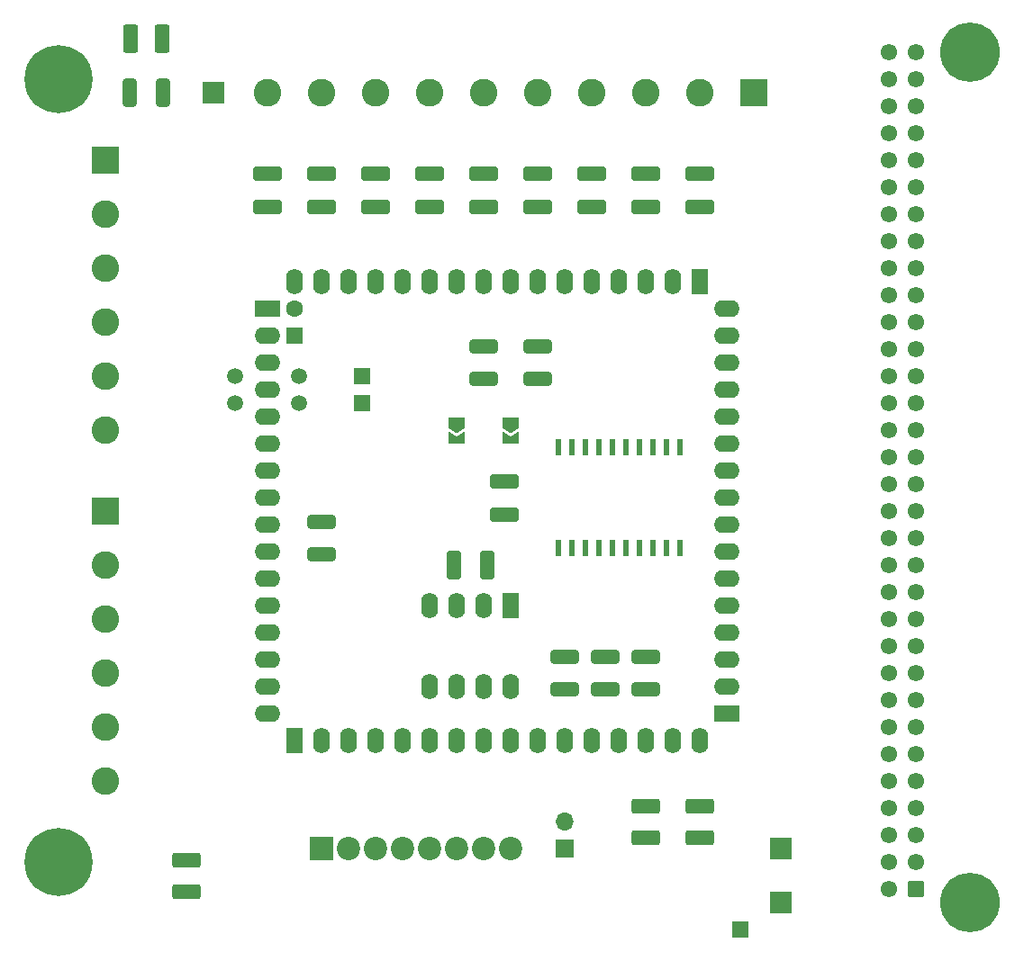
<source format=gts>
G04 #@! TF.GenerationSoftware,KiCad,Pcbnew,(6.0.6-33-g9052b063de)*
G04 #@! TF.CreationDate,2022-08-23T21:51:44+02:00*
G04 #@! TF.ProjectId,CANduino128,43414e64-7569-46e6-9f31-32382e6b6963,rev?*
G04 #@! TF.SameCoordinates,Original*
G04 #@! TF.FileFunction,Soldermask,Top*
G04 #@! TF.FilePolarity,Negative*
%FSLAX46Y46*%
G04 Gerber Fmt 4.6, Leading zero omitted, Abs format (unit mm)*
G04 Created by KiCad (PCBNEW (6.0.6-33-g9052b063de)) date 2022-08-23 21:51:44*
%MOMM*%
%LPD*%
G01*
G04 APERTURE LIST*
G04 Aperture macros list*
%AMRoundRect*
0 Rectangle with rounded corners*
0 $1 Rounding radius*
0 $2 $3 $4 $5 $6 $7 $8 $9 X,Y pos of 4 corners*
0 Add a 4 corners polygon primitive as box body*
4,1,4,$2,$3,$4,$5,$6,$7,$8,$9,$2,$3,0*
0 Add four circle primitives for the rounded corners*
1,1,$1+$1,$2,$3*
1,1,$1+$1,$4,$5*
1,1,$1+$1,$6,$7*
1,1,$1+$1,$8,$9*
0 Add four rect primitives between the rounded corners*
20,1,$1+$1,$2,$3,$4,$5,0*
20,1,$1+$1,$4,$5,$6,$7,0*
20,1,$1+$1,$6,$7,$8,$9,0*
20,1,$1+$1,$8,$9,$2,$3,0*%
%AMFreePoly0*
4,1,6,1.000000,0.000000,0.500000,-0.750000,-0.500000,-0.750000,-0.500000,0.750000,0.500000,0.750000,1.000000,0.000000,1.000000,0.000000,$1*%
%AMFreePoly1*
4,1,6,0.500000,-0.750000,-0.650000,-0.750000,-0.150000,0.000000,-0.650000,0.750000,0.500000,0.750000,0.500000,-0.750000,0.500000,-0.750000,$1*%
G04 Aperture macros list end*
%ADD10RoundRect,0.250000X1.100000X-0.412500X1.100000X0.412500X-1.100000X0.412500X-1.100000X-0.412500X0*%
%ADD11RoundRect,0.250001X-0.799999X-0.799999X0.799999X-0.799999X0.799999X0.799999X-0.799999X0.799999X0*%
%ADD12RoundRect,0.249999X0.525001X0.525001X-0.525001X0.525001X-0.525001X-0.525001X0.525001X-0.525001X0*%
%ADD13C,1.550000*%
%ADD14RoundRect,0.250001X1.074999X-0.462499X1.074999X0.462499X-1.074999X0.462499X-1.074999X-0.462499X0*%
%ADD15FreePoly0,270.000000*%
%ADD16FreePoly1,270.000000*%
%ADD17RoundRect,0.250000X-1.075000X0.400000X-1.075000X-0.400000X1.075000X-0.400000X1.075000X0.400000X0*%
%ADD18C,0.800000*%
%ADD19C,6.400000*%
%ADD20R,2.400000X1.600000*%
%ADD21O,2.400000X1.600000*%
%ADD22R,1.600000X2.400000*%
%ADD23O,1.600000X2.400000*%
%ADD24C,1.600000*%
%ADD25R,1.600000X1.600000*%
%ADD26C,5.600000*%
%ADD27RoundRect,0.250000X-0.550000X-0.550000X0.550000X-0.550000X0.550000X0.550000X-0.550000X0.550000X0*%
%ADD28R,0.600000X1.500000*%
%ADD29RoundRect,0.250000X0.412500X1.100000X-0.412500X1.100000X-0.412500X-1.100000X0.412500X-1.100000X0*%
%ADD30RoundRect,0.250000X1.075000X-0.400000X1.075000X0.400000X-1.075000X0.400000X-1.075000X-0.400000X0*%
%ADD31R,2.600000X2.600000*%
%ADD32C,2.600000*%
%ADD33C,1.500000*%
%ADD34RoundRect,0.250000X-0.550000X0.550000X-0.550000X-0.550000X0.550000X-0.550000X0.550000X0.550000X0*%
%ADD35RoundRect,0.250000X0.400000X1.075000X-0.400000X1.075000X-0.400000X-1.075000X0.400000X-1.075000X0*%
%ADD36RoundRect,0.250001X-0.799999X0.799999X-0.799999X-0.799999X0.799999X-0.799999X0.799999X0.799999X0*%
%ADD37R,2.200000X2.200000*%
%ADD38C,2.200000*%
%ADD39R,1.700000X1.700000*%
%ADD40O,1.700000X1.700000*%
%ADD41RoundRect,0.250001X0.462499X1.074999X-0.462499X1.074999X-0.462499X-1.074999X0.462499X-1.074999X0*%
G04 APERTURE END LIST*
D10*
X157480000Y-64072500D03*
X157480000Y-60947500D03*
D11*
X180340000Y-124460000D03*
D12*
X193040000Y-128270000D03*
D13*
X193040000Y-125730000D03*
X193040000Y-123190000D03*
X193040000Y-120650000D03*
X193040000Y-118110000D03*
X193040000Y-115570000D03*
X193040000Y-113030000D03*
X193040000Y-110490000D03*
X193040000Y-107950000D03*
X193040000Y-105410000D03*
X193040000Y-102870000D03*
X193040000Y-100330000D03*
X193040000Y-97790000D03*
X193040000Y-95250000D03*
X193040000Y-92710000D03*
X193040000Y-90170000D03*
X193040000Y-87630000D03*
X193040000Y-85090000D03*
X193040000Y-82550000D03*
X193040000Y-80010000D03*
X193040000Y-77470000D03*
X193040000Y-74930000D03*
X193040000Y-72390000D03*
X193040000Y-69850000D03*
X193040000Y-67310000D03*
X193040000Y-64770000D03*
X193040000Y-62230000D03*
X193040000Y-59690000D03*
X193040000Y-57150000D03*
X193040000Y-54610000D03*
X193040000Y-52070000D03*
X193040000Y-49530000D03*
X190500000Y-128270000D03*
X190500000Y-125730000D03*
X190500000Y-123190000D03*
X190500000Y-120650000D03*
X190500000Y-118110000D03*
X190500000Y-115570000D03*
X190500000Y-113030000D03*
X190500000Y-110490000D03*
X190500000Y-107950000D03*
X190500000Y-105410000D03*
X190500000Y-102870000D03*
X190500000Y-100330000D03*
X190500000Y-97790000D03*
X190500000Y-95250000D03*
X190500000Y-92710000D03*
X190500000Y-90170000D03*
X190500000Y-87630000D03*
X190500000Y-85090000D03*
X190500000Y-82550000D03*
X190500000Y-80010000D03*
X190500000Y-77470000D03*
X190500000Y-74930000D03*
X190500000Y-72390000D03*
X190500000Y-69850000D03*
X190500000Y-67310000D03*
X190500000Y-64770000D03*
X190500000Y-62230000D03*
X190500000Y-59690000D03*
X190500000Y-57150000D03*
X190500000Y-54610000D03*
X190500000Y-52070000D03*
X190500000Y-49530000D03*
D14*
X172720000Y-123407500D03*
X172720000Y-120432500D03*
D15*
X154940000Y-84365000D03*
D16*
X154940000Y-85815000D03*
D17*
X163830000Y-106400000D03*
X163830000Y-109500000D03*
D10*
X132080000Y-64072500D03*
X132080000Y-60947500D03*
X162560000Y-64072500D03*
X162560000Y-60947500D03*
D18*
X112395000Y-54470000D03*
X114092056Y-53767056D03*
X110697944Y-53767056D03*
X110697944Y-50372944D03*
X114795000Y-52070000D03*
D19*
X112395000Y-52070000D03*
D18*
X114092056Y-50372944D03*
X109995000Y-52070000D03*
X112395000Y-49670000D03*
D11*
X127000000Y-53340000D03*
D20*
X132080000Y-73660000D03*
D21*
X132080000Y-76200000D03*
X132080000Y-78740000D03*
X132080000Y-81280000D03*
X132080000Y-83820000D03*
X132080000Y-86360000D03*
X132080000Y-88900000D03*
X132080000Y-91440000D03*
X132080000Y-93980000D03*
X132080000Y-96520000D03*
X132080000Y-99060000D03*
X132080000Y-101600000D03*
X132080000Y-104140000D03*
X132080000Y-106680000D03*
X132080000Y-109220000D03*
X132080000Y-111760000D03*
D22*
X134620000Y-114300000D03*
D23*
X137160000Y-114300000D03*
X139700000Y-114300000D03*
X142240000Y-114300000D03*
X144780000Y-114300000D03*
X147320000Y-114300000D03*
X149860000Y-114300000D03*
X152400000Y-114300000D03*
X154940000Y-114300000D03*
X157480000Y-114300000D03*
X160020000Y-114300000D03*
X162560000Y-114300000D03*
X165100000Y-114300000D03*
X167640000Y-114300000D03*
X170180000Y-114300000D03*
X172720000Y-114300000D03*
D20*
X175260000Y-111760000D03*
D21*
X175260000Y-109220000D03*
X175260000Y-106680000D03*
X175260000Y-104140000D03*
X175260000Y-101600000D03*
X175260000Y-99060000D03*
X175260000Y-96520000D03*
X175260000Y-93980000D03*
X175260000Y-91440000D03*
X175260000Y-88900000D03*
X175260000Y-86360000D03*
X175260000Y-83820000D03*
X175260000Y-81280000D03*
X175260000Y-78740000D03*
X175260000Y-76200000D03*
X175260000Y-73660000D03*
D22*
X172720000Y-71120000D03*
D23*
X170180000Y-71120000D03*
X167640000Y-71120000D03*
X165100000Y-71120000D03*
X162560000Y-71120000D03*
X160020000Y-71120000D03*
X157480000Y-71120000D03*
X154940000Y-71120000D03*
X152400000Y-71120000D03*
X149860000Y-71120000D03*
X147320000Y-71120000D03*
X144780000Y-71120000D03*
X142240000Y-71120000D03*
X139700000Y-71120000D03*
X137160000Y-71120000D03*
X134620000Y-71120000D03*
D24*
X134620000Y-73660000D03*
D25*
X134620000Y-76200000D03*
D26*
X198120000Y-129540000D03*
D27*
X176530000Y-132080000D03*
D28*
X159385000Y-96190000D03*
X160655000Y-96190000D03*
X161925000Y-96190000D03*
X163195000Y-96190000D03*
X164465000Y-96190000D03*
X165735000Y-96190000D03*
X167005000Y-96190000D03*
X168275000Y-96190000D03*
X169545000Y-96190000D03*
X170815000Y-96190000D03*
X170815000Y-86690000D03*
X169545000Y-86690000D03*
X168275000Y-86690000D03*
X167005000Y-86690000D03*
X165735000Y-86690000D03*
X164465000Y-86690000D03*
X163195000Y-86690000D03*
X161925000Y-86690000D03*
X160655000Y-86690000D03*
X159385000Y-86690000D03*
D29*
X152692500Y-97790000D03*
X149567500Y-97790000D03*
D10*
X142240000Y-64072500D03*
X142240000Y-60947500D03*
D30*
X157480000Y-80290000D03*
X157480000Y-77190000D03*
D22*
X154940000Y-101600000D03*
D23*
X152400000Y-101600000D03*
X149860000Y-101600000D03*
X147320000Y-101600000D03*
X147320000Y-109220000D03*
X149860000Y-109220000D03*
X152400000Y-109220000D03*
X154940000Y-109220000D03*
D14*
X124460000Y-128487500D03*
X124460000Y-125512500D03*
D31*
X177800000Y-53340000D03*
D32*
X172720000Y-53340000D03*
X167640000Y-53340000D03*
X162560000Y-53340000D03*
X157480000Y-53340000D03*
X152400000Y-53340000D03*
X147320000Y-53340000D03*
X142240000Y-53340000D03*
X137160000Y-53340000D03*
X132080000Y-53340000D03*
D10*
X152400000Y-64072500D03*
X152400000Y-60947500D03*
D15*
X149860000Y-84365000D03*
D16*
X149860000Y-85815000D03*
D33*
X134970000Y-82550000D03*
X128970000Y-82550000D03*
D34*
X140970000Y-82550000D03*
D35*
X122200000Y-53340000D03*
X119100000Y-53340000D03*
D30*
X137160000Y-96800000D03*
X137160000Y-93700000D03*
D36*
X180340000Y-129540000D03*
D10*
X147320000Y-64072500D03*
X147320000Y-60947500D03*
D26*
X198120000Y-49530000D03*
D10*
X172720000Y-64072500D03*
X172720000Y-60947500D03*
D31*
X116840000Y-92710000D03*
D32*
X116840000Y-97790000D03*
X116840000Y-102870000D03*
X116840000Y-107950000D03*
X116840000Y-113030000D03*
X116840000Y-118110000D03*
D30*
X152400000Y-80290000D03*
X152400000Y-77190000D03*
D33*
X134970000Y-80010000D03*
X128970000Y-80010000D03*
D34*
X140970000Y-80010000D03*
D10*
X137160000Y-64072500D03*
X137160000Y-60947500D03*
D17*
X160020000Y-106400000D03*
X160020000Y-109500000D03*
D37*
X137160000Y-124460000D03*
D38*
X139700000Y-124460000D03*
X142240000Y-124460000D03*
X144780000Y-124460000D03*
X147320000Y-124460000D03*
X149860000Y-124460000D03*
X152400000Y-124460000D03*
X154940000Y-124460000D03*
D39*
X160020000Y-124460000D03*
D40*
X160020000Y-121920000D03*
D10*
X167640000Y-64072500D03*
X167640000Y-60947500D03*
X154305000Y-93002500D03*
X154305000Y-89877500D03*
D17*
X167640000Y-106400000D03*
X167640000Y-109500000D03*
D41*
X122137500Y-48260000D03*
X119162500Y-48260000D03*
D31*
X116840000Y-59690000D03*
D32*
X116840000Y-64770000D03*
X116840000Y-69850000D03*
X116840000Y-74930000D03*
X116840000Y-80010000D03*
X116840000Y-85090000D03*
D19*
X112395000Y-125730000D03*
D18*
X114092056Y-127427056D03*
X109995000Y-125730000D03*
X114795000Y-125730000D03*
X112395000Y-128130000D03*
X110697944Y-124032944D03*
X112395000Y-123330000D03*
X110697944Y-127427056D03*
X114092056Y-124032944D03*
D14*
X167640000Y-123407500D03*
X167640000Y-120432500D03*
M02*

</source>
